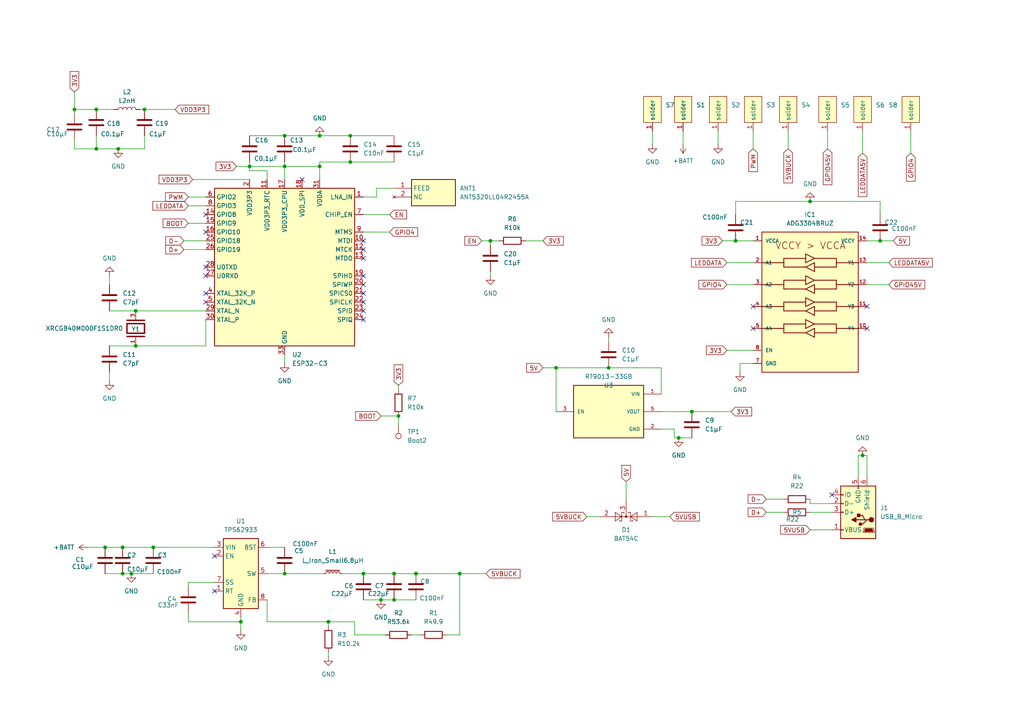
<source format=kicad_sch>
(kicad_sch (version 20231120) (generator "eeschema") (generator_version "8.0")
  (paper "A4")
  (lib_symbols
    (symbol "ADG3304BRUZ:ADG3304BRUZ" (pin_names (offset 1.016))
      (property "Reference" "IC" (at -3.81 31.75 0))
      (property "Value" "ADG3304BRUZ" (at -3.81 -12.7 0))
      (symbol "ADG3304BRUZ_0_0"
        (text "VCCY > VCCA" (at -10.16 25.4 0) (effects (font (size 2 2)) (justify left bottom)))
        (pin bidirectional line (at -16.51 27.94 0) (length 2.54) (name "VCCA") (number "1"))
        (pin bidirectional line (at 16.51 2.54 180) (length 2.54) (name "Y4") (number "10"))
        (pin bidirectional line (at 16.51 8.89 180) (length 2.54) (name "Y3") (number "11"))
        (pin bidirectional line (at 16.51 15.24 180) (length 2.54) (name "Y2") (number "12"))
        (pin bidirectional line (at 16.51 21.59 180) (length 2.54) (name "Y1") (number "13"))
        (pin bidirectional line (at 16.51 27.94 180) (length 2.54) (name "VCCY") (number "14"))
        (pin bidirectional line (at -16.51 21.59 0) (length 2.54) (name "A1") (number "2"))
        (pin bidirectional line (at -16.51 15.24 0) (length 2.54) (name "A2") (number "3"))
        (pin bidirectional line (at -16.51 8.89 0) (length 2.54) (name "A3") (number "4"))
        (pin bidirectional line (at -16.51 2.54 0) (length 2.54) (name "A4") (number "5"))
        (pin bidirectional line (at -16.51 -7.62 0) (length 2.54) (name "GND") (number "7"))
        (pin bidirectional line (at -16.51 -3.81 0) (length 2.54) (name "EN") (number "8"))
      )
    )
    (symbol "ANT5320LL04R2455A:ANT5320LL04R2455A"
      (property "Reference" "ANT" (at 19.05 7.62 0))
      (property "Value" "ANT5320LL04R2455A" (at 19.05 5.08 0))
      (symbol "ANT5320LL04R2455A_1_1"
        (pin input line (at 0 0 0) (length 5.08) (name "FEED") (number "1"))
        (pin no_connect line (at 0 -2.54 0) (length 5.08) (name "NC") (number "2"))
      )
    )
    (symbol "Connector:TestPoint" (pin_numbers hide) (pin_names (offset 0.762) hide)
      (property "Reference" "TP" (at 0 6.858 0))
      (property "Value" "TestPoint" (at 0 5.08 0))
      (symbol "TestPoint_1_1"
        (pin passive line (at 0 0 90) (length 2.54) (name "1") (number "1"))
      )
    )
    (symbol "Connector:USB_B_Micro" (pin_names (offset 1.016))
      (property "Reference" "J" (at -5.08 11.43 0))
      (property "Value" "USB_B_Micro" (at -5.08 8.89 0))
      (symbol "USB_B_Micro_1_1"
        (pin power_out line (at 7.62 5.08 180) (length 2.54) (name "VBUS") (number "1"))
        (pin bidirectional line (at 7.62 -2.54 180) (length 2.54) (name "D-") (number "2"))
        (pin bidirectional line (at 7.62 0 180) (length 2.54) (name "D+") (number "3"))
        (pin passive line (at 7.62 -5.08 180) (length 2.54) (name "ID") (number "4"))
        (pin power_out line (at 0 -10.16 90) (length 2.54) (name "GND") (number "5"))
        (pin passive line (at -2.54 -10.16 90) (length 2.54) (name "Shield") (number "6"))
      )
    )
    (symbol "Device:C" (pin_numbers hide) (pin_names (offset 0.254))
      (property "Reference" "C" (at 0.635 2.54 0))
      (property "Value" "C" (at 0.635 -2.54 0))
      (symbol "C_1_1"
        (pin passive line (at 0 3.81 270) (length 2.794) (name "~") (number "1"))
        (pin passive line (at 0 -3.81 90) (length 2.794) (name "~") (number "2"))
      )
    )
    (symbol "Device:L" (pin_numbers hide) (pin_names (offset 1.016) hide)
      (property "Reference" "L" (at -1.27 0 90))
      (property "Value" "L" (at 1.905 0 90))
      (symbol "L_1_1"
        (pin passive line (at 0 3.81 270) (length 1.27) (name "1") (number "1"))
        (pin passive line (at 0 -3.81 90) (length 1.27) (name "2") (number "2"))
      )
    )
    (symbol "Device:L_Iron_Small" (pin_numbers hide) (pin_names (offset 0.254) hide)
      (property "Reference" "L" (at 1.27 1.016 0))
      (property "Value" "L_Iron_Small" (at 1.27 -1.27 0))
      (symbol "L_Iron_Small_1_1"
        (pin passive line (at 0 2.54 270) (length 0.508) (name "~") (number "1"))
        (pin passive line (at 0 -2.54 90) (length 0.508) (name "~") (number "2"))
      )
    )
    (symbol "Device:R" (pin_numbers hide) (pin_names (offset 0))
      (property "Reference" "R" (at 2.032 0 90))
      (property "Value" "R" (at 0 0 90))
      (symbol "R_1_1"
        (pin passive line (at 0 3.81 270) (length 1.27) (name "~") (number "1"))
        (pin passive line (at 0 -3.81 90) (length 1.27) (name "~") (number "2"))
      )
    )
    (symbol "Diode:BAT54C" (pin_names (offset 1.016))
      (property "Reference" "D" (at 0.635 -3.81 0))
      (property "Value" "BAT54C" (at -6.35 3.175 0))
      (symbol "BAT54C_1_1"
        (pin passive line (at -7.62 0 0) (length 3.81) (name "~") (number "1"))
        (pin passive line (at 7.62 0 180) (length 3.81) (name "~") (number "2"))
        (pin passive line (at 0 -5.08 90) (length 5.08) (name "~") (number "3"))
      )
    )
    (symbol "MCU_Espressif:ESP32-C3"
      (property "Reference" "U" (at -17.272 23.876 0))
      (property "Value" "ESP32-C3" (at 16.256 23.876 0))
      (symbol "ESP32-C3_1_1"
        (pin bidirectional line (at 22.86 20.32 180) (length 2.54) (name "LNA_IN") (number "1"))
        (pin bidirectional line (at 22.86 7.62 180) (length 2.54) (name "MTDI") (number "10"))
        (pin power_in line (at -5.08 25.4 270) (length 2.54) (name "VDD3P3_RTC") (number "11"))
        (pin bidirectional line (at 22.86 5.08 180) (length 2.54) (name "MTCK") (number "12"))
        (pin bidirectional line (at 22.86 2.54 180) (length 2.54) (name "MTDO") (number "13"))
        (pin bidirectional line (at -22.86 15.24 0) (length 2.54) (name "GPIO8") (number "14"))
        (pin bidirectional line (at -22.86 12.7 0) (length 2.54) (name "GPIO9") (number "15"))
        (pin bidirectional line (at -22.86 10.16 0) (length 2.54) (name "GPIO10") (number "16"))
        (pin power_in line (at 0 25.4 270) (length 2.54) (name "VDD3P3_CPU") (number "17"))
        (pin power_out line (at 5.08 25.4 270) (length 2.54) (name "VDD_SPI") (number "18"))
        (pin bidirectional line (at 22.86 -2.54 180) (length 2.54) (name "SPIHD") (number "19"))
        (pin power_in line (at -10.16 25.4 270) (length 2.54) (name "VDD3P3") (number "2"))
        (pin bidirectional line (at 22.86 -5.08 180) (length 2.54) (name "SPIWP") (number "20"))
        (pin bidirectional line (at 22.86 -7.62 180) (length 2.54) (name "SPICS0") (number "21"))
        (pin bidirectional line (at 22.86 -10.16 180) (length 2.54) (name "SPICLK") (number "22"))
        (pin bidirectional line (at 22.86 -12.7 180) (length 2.54) (name "SPID") (number "23"))
        (pin bidirectional line (at 22.86 -15.24 180) (length 2.54) (name "SPIQ") (number "24"))
        (pin bidirectional line (at -22.86 7.62 0) (length 2.54) (name "GPIO18") (number "25"))
        (pin bidirectional line (at -22.86 5.08 0) (length 2.54) (name "GPIO19") (number "26"))
        (pin bidirectional line (at -22.86 -2.54 0) (length 2.54) (name "U0RXD") (number "27"))
        (pin bidirectional line (at -22.86 0 0) (length 2.54) (name "U0TXD") (number "28"))
        (pin bidirectional line (at -22.86 -12.7 0) (length 2.54) (name "XTAL_N") (number "29"))
        (pin passive line (at -10.16 25.4 270) (length 2.54) hide (name "VDD3P3") (number "3"))
        (pin bidirectional line (at -22.86 -15.24 0) (length 2.54) (name "XTAL_P") (number "30"))
        (pin power_in line (at 10.16 25.4 270) (length 2.54) (name "VDDA") (number "31"))
        (pin passive line (at 10.16 25.4 270) (length 2.54) hide (name "VDDA") (number "32"))
        (pin power_in line (at 0 -25.4 90) (length 2.54) (name "GND") (number "33"))
        (pin bidirectional line (at -22.86 -7.62 0) (length 2.54) (name "XTAL_32K_P") (number "4"))
        (pin bidirectional line (at -22.86 -10.16 0) (length 2.54) (name "XTAL_32K_N") (number "5"))
        (pin bidirectional line (at -22.86 20.32 0) (length 2.54) (name "GPIO2") (number "6"))
        (pin bidirectional line (at 22.86 15.24 180) (length 2.54) (name "CHIP_EN") (number "7"))
        (pin bidirectional line (at -22.86 17.78 0) (length 2.54) (name "GPIO3") (number "8"))
        (pin bidirectional line (at 22.86 10.16 180) (length 2.54) (name "MTMS") (number "9"))
      )
    )
    (symbol "RT9013-33GB:RT9013-33GB" (pin_names (offset 1.016))
      (property "Reference" "U" (at -10.16 8.89 0))
      (property "Value" "RT9013-33GB" (at -10.16 -8.89 0))
      (symbol "RT9013-33GB_0_0"
        (pin power_in line (at 15.24 5.08 180) (length 5.08) (name "VIN") (number "1"))
        (pin power_in line (at 15.24 -5.08 180) (length 5.08) (name "GND") (number "2"))
        (pin input line (at -15.24 0 0) (length 5.08) (name "EN") (number "3"))
        (pin output line (at 15.24 0 180) (length 5.08) (name "VOUT") (number "5"))
      )
    )
    (symbol "Regulator_Switching:TPS62933"
      (property "Reference" "U" (at 0 13.97 0))
      (property "Value" "TPS62933" (at 0 11.43 0))
      (symbol "TPS62933_1_1"
        (pin passive line (at -7.62 -5.08 0) (length 2.54) (name "RT") (number "1"))
        (pin input line (at -7.62 5.08 0) (length 2.54) (name "EN") (number "2"))
        (pin power_in line (at -7.62 7.62 0) (length 2.54) (name "VIN") (number "3"))
        (pin power_in line (at 0 -12.7 90) (length 2.54) (name "GND") (number "4"))
        (pin output line (at 7.62 0 180) (length 2.54) (name "SW") (number "5"))
        (pin passive line (at 7.62 7.62 180) (length 2.54) (name "BST") (number "6"))
        (pin passive line (at -7.62 -2.54 0) (length 2.54) (name "SS") (number "7"))
        (pin input line (at 7.62 -7.62 180) (length 2.54) (name "FB") (number "8"))
      )
    )
    (symbol "XRCGB40M000F1S1DR0:XRCGB40M000F1S1DR0" (pin_names (offset 1.016))
      (property "Reference" "Y" (at -5.0878 3.8159 0))
      (property "Value" "XRCGB40M000F1S1DR0" (at -5.0944 -5.0944 0))
      (symbol "XRCGB40M000F1S1DR0_0_0"
        (pin passive line (at -5.08 0 0) (length 2.54) (name "~") (number "1"))
        (pin passive line (at 5.08 0 180) (length 2.54) (name "~") (number "3"))
      )
    )
    (symbol "custom:solder_pad"
      (property "Reference" "S" (at 3.81 6.096 0))
      (property "Value" "solder pad" (at 13.462 2.54 0))
      (symbol "solder_pad_1_1"
        (pin bidirectional line (at -2.54 2.54 0) (length 2.54) (name "solder") (number "1"))
      )
    )
    (symbol "power:+BATT" (power) (pin_numbers hide) (pin_names (offset 0) hide)
      (property "Value" "+BATT" (at 0 3.556 0))
      (symbol "+BATT_1_1"
        (pin power_in line (at 0 0 90) (length 0) (name "~") (number "1"))
      )
    )
    (symbol "power:GND" (power) (pin_numbers hide) (pin_names (offset 0) hide)
      (property "Value" "GND" (at 0 -3.81 0))
      (symbol "GND_1_1"
        (pin power_in line (at 0 0 270) (length 0) (name "~") (number "1"))
      )
    )
  )
  (junction (at 255.27 69.85))
  (junction (at 120.65 166.37))
  (junction (at 35.56 166.37))
  (junction (at 161.29 106.68))
  (junction (at 234.95 58.42))
  (junction (at 39.37 100.33))
  (junction (at 110.49 173.99))
  (junction (at 250.19 132.08))
  (junction (at 92.71 39.37))
  (junction (at 38.1 166.37))
  (junction (at 101.6 39.37))
  (junction (at 27.94 43.18))
  (junction (at 196.85 127))
  (junction (at 114.3 166.37))
  (junction (at 35.56 158.75))
  (junction (at 200.66 119.38))
  (junction (at 213.36 69.85))
  (junction (at 82.55 39.37))
  (junction (at 142.24 69.85))
  (junction (at 114.3 173.99))
  (junction (at 39.37 90.17))
  (junction (at 82.55 166.37))
  (junction (at 92.71 48.26))
  (junction (at 101.6 46.99))
  (junction (at 105.41 166.37))
  (junction (at 72.39 48.26))
  (junction (at 176.53 106.68))
  (junction (at 27.94 31.75))
  (junction (at 30.48 158.75))
  (junction (at 69.85 180.34))
  (junction (at 21.59 31.75))
  (junction (at 44.45 158.75))
  (junction (at 82.55 48.26))
  (junction (at 41.91 31.75))
  (junction (at 133.35 166.37))
  (junction (at 34.29 43.18))
  (junction (at 95.25 180.34))
  (junction (at 115.57 120.65))
  (no_connect (at 87.63 52.07))
  (no_connect (at 218.44 88.9))
  (no_connect (at 105.41 82.55))
  (no_connect (at 59.69 77.47))
  (no_connect (at 241.3 143.51))
  (no_connect (at 59.69 80.01))
  (no_connect (at 62.23 161.29))
  (no_connect (at 251.46 88.9))
  (no_connect (at 59.69 85.09))
  (no_connect (at 105.41 69.85))
  (no_connect (at 105.41 87.63))
  (no_connect (at 105.41 85.09))
  (no_connect (at 251.46 95.25))
  (no_connect (at 59.69 62.23))
  (no_connect (at 218.44 95.25))
  (no_connect (at 59.69 87.63))
  (no_connect (at 105.41 74.93))
  (no_connect (at 105.41 90.17))
  (no_connect (at 105.41 80.01))
  (no_connect (at 62.23 171.45))
  (no_connect (at 59.69 67.31))
  (no_connect (at 105.41 72.39))
  (no_connect (at 105.41 92.71))
  (wire (pts (xy 195.58 124.46) (xy 195.58 127)))
  (wire (pts (xy 77.47 166.37) (xy 82.55 166.37)))
  (wire (pts (xy 95.25 181.61) (xy 95.25 180.34)))
  (wire (pts (xy 95.25 180.34) (xy 77.47 180.34)))
  (wire (pts (xy 102.87 184.15) (xy 102.87 180.34)))
  (wire (pts (xy 218.44 38.1) (xy 218.44 43.18)))
  (wire (pts (xy 105.41 173.99) (xy 110.49 173.99)))
  (wire (pts (xy 105.41 57.15) (xy 109.22 57.15)))
  (wire (pts (xy 39.37 90.17) (xy 59.69 90.17)))
  (wire (pts (xy 69.85 179.07) (xy 69.85 180.34)))
  (wire (pts (xy 170.18 149.86) (xy 173.99 149.86)))
  (wire (pts (xy 105.41 166.37) (xy 114.3 166.37)))
  (wire (pts (xy 191.77 106.68) (xy 191.77 114.3)))
  (wire (pts (xy 54.61 180.34) (xy 69.85 180.34)))
  (wire (pts (xy 21.59 31.75) (xy 27.94 31.75)))
  (wire (pts (xy 228.6 38.1) (xy 228.6 43.18)))
  (wire (pts (xy 72.39 39.37) (xy 82.55 39.37)))
  (wire (pts (xy 72.39 48.26) (xy 82.55 48.26)))
  (wire (pts (xy 133.35 184.15) (xy 129.54 184.15)))
  (wire (pts (xy 161.29 106.68) (xy 161.29 119.38)))
  (wire (pts (xy 213.36 69.85) (xy 218.44 69.85)))
  (wire (pts (xy 251.46 82.55) (xy 257.81 82.55)))
  (wire (pts (xy 44.45 158.75) (xy 62.23 158.75)))
  (wire (pts (xy 92.71 48.26) (xy 92.71 46.99)))
  (wire (pts (xy 72.39 49.53) (xy 77.47 49.53)))
  (wire (pts (xy 27.94 31.75) (xy 33.02 31.75)))
  (wire (pts (xy 27.94 43.18) (xy 34.29 43.18)))
  (wire (pts (xy 176.53 106.68) (xy 161.29 106.68)))
  (wire (pts (xy 251.46 76.2) (xy 257.81 76.2)))
  (wire (pts (xy 210.82 101.6) (xy 218.44 101.6)))
  (wire (pts (xy 210.82 76.2) (xy 218.44 76.2)))
  (wire (pts (xy 54.61 64.77) (xy 59.69 64.77)))
  (wire (pts (xy 68.58 48.26) (xy 72.39 48.26)))
  (wire (pts (xy 234.95 58.42) (xy 213.36 58.42)))
  (wire (pts (xy 101.6 46.99) (xy 114.3 46.99)))
  (wire (pts (xy 21.59 40.64) (xy 21.59 43.18)))
  (wire (pts (xy 109.22 54.61) (xy 114.3 54.61)))
  (wire (pts (xy 92.71 46.99) (xy 101.6 46.99)))
  (wire (pts (xy 133.35 166.37) (xy 140.97 166.37)))
  (wire (pts (xy 250.19 44.45) (xy 250.19 38.1)))
  (wire (pts (xy 77.47 180.34) (xy 77.47 173.99)))
  (wire (pts (xy 31.75 107.95) (xy 31.75 110.49)))
  (wire (pts (xy 82.55 105.41) (xy 82.55 102.87)))
  (wire (pts (xy 77.47 49.53) (xy 77.47 52.07)))
  (wire (pts (xy 21.59 43.18) (xy 27.94 43.18)))
  (wire (pts (xy 30.48 158.75) (xy 35.56 158.75)))
  (wire (pts (xy 234.95 148.59) (xy 241.3 148.59)))
  (wire (pts (xy 69.85 180.34) (xy 69.85 182.88)))
  (wire (pts (xy 214.63 105.41) (xy 218.44 105.41)))
  (wire (pts (xy 54.61 57.15) (xy 59.69 57.15)))
  (wire (pts (xy 82.55 39.37) (xy 92.71 39.37)))
  (wire (pts (xy 92.71 39.37) (xy 101.6 39.37)))
  (wire (pts (xy 213.36 58.42) (xy 213.36 62.23)))
  (wire (pts (xy 241.3 146.05) (xy 234.95 146.05)))
  (wire (pts (xy 21.59 26.67) (xy 21.59 31.75)))
  (wire (pts (xy 234.95 153.67) (xy 241.3 153.67)))
  (wire (pts (xy 95.25 189.23) (xy 95.25 190.5)))
  (wire (pts (xy 152.4 69.85) (xy 157.48 69.85)))
  (wire (pts (xy 54.61 168.91) (xy 62.23 168.91)))
  (wire (pts (xy 133.35 166.37) (xy 133.35 184.15)))
  (wire (pts (xy 189.23 38.1) (xy 189.23 41.91)))
  (wire (pts (xy 25.4 158.75) (xy 30.48 158.75)))
  (wire (pts (xy 209.55 69.85) (xy 213.36 69.85)))
  (wire (pts (xy 77.47 158.75) (xy 82.55 158.75)))
  (wire (pts (xy 101.6 39.37) (xy 114.3 39.37)))
  (wire (pts (xy 196.85 127) (xy 200.66 127)))
  (wire (pts (xy 21.59 31.75) (xy 21.59 33.02)))
  (wire (pts (xy 214.63 107.95) (xy 214.63 105.41)))
  (wire (pts (xy 34.29 43.18) (xy 41.91 43.18)))
  (wire (pts (xy 92.71 52.07) (xy 92.71 48.26)))
  (wire (pts (xy 82.55 166.37) (xy 93.98 166.37)))
  (wire (pts (xy 142.24 78.74) (xy 142.24 80.01)))
  (wire (pts (xy 35.56 166.37) (xy 38.1 166.37)))
  (wire (pts (xy 30.48 166.37) (xy 35.56 166.37)))
  (wire (pts (xy 40.64 31.75) (xy 41.91 31.75)))
  (wire (pts (xy 142.24 71.12) (xy 142.24 69.85)))
  (wire (pts (xy 59.69 100.33) (xy 39.37 100.33)))
  (wire (pts (xy 176.53 97.79) (xy 176.53 99.06)))
  (wire (pts (xy 264.16 38.1) (xy 264.16 44.45)))
  (wire (pts (xy 191.77 119.38) (xy 200.66 119.38)))
  (wire (pts (xy 115.57 111.76) (xy 115.57 113.03)))
  (wire (pts (xy 105.41 67.31) (xy 113.03 67.31)))
  (wire (pts (xy 102.87 180.34) (xy 95.25 180.34)))
  (wire (pts (xy 72.39 48.26) (xy 72.39 49.53)))
  (wire (pts (xy 248.92 132.08) (xy 248.92 138.43)))
  (wire (pts (xy 111.76 184.15) (xy 102.87 184.15)))
  (wire (pts (xy 120.65 166.37) (xy 133.35 166.37)))
  (wire (pts (xy 251.46 132.08) (xy 251.46 138.43)))
  (wire (pts (xy 59.69 92.71) (xy 59.69 100.33)))
  (wire (pts (xy 109.22 57.15) (xy 109.22 54.61)))
  (wire (pts (xy 255.27 69.85) (xy 259.08 69.85)))
  (wire (pts (xy 54.61 170.18) (xy 54.61 168.91)))
  (wire (pts (xy 99.06 166.37) (xy 105.41 166.37)))
  (wire (pts (xy 119.38 184.15) (xy 121.92 184.15)))
  (wire (pts (xy 41.91 39.37) (xy 41.91 43.18)))
  (wire (pts (xy 234.95 146.05) (xy 234.95 144.78)))
  (wire (pts (xy 115.57 120.65) (xy 115.57 123.19)))
  (wire (pts (xy 54.61 177.8) (xy 54.61 180.34)))
  (wire (pts (xy 53.34 69.85) (xy 59.69 69.85)))
  (wire (pts (xy 110.49 120.65) (xy 115.57 120.65)))
  (wire (pts (xy 110.49 173.99) (xy 114.3 173.99)))
  (wire (pts (xy 251.46 69.85) (xy 255.27 69.85)))
  (wire (pts (xy 248.92 132.08) (xy 250.19 132.08)))
  (wire (pts (xy 181.61 139.7) (xy 181.61 144.78)))
  (wire (pts (xy 27.94 43.18) (xy 27.94 39.37)))
  (wire (pts (xy 222.25 144.78) (xy 227.33 144.78)))
  (wire (pts (xy 255.27 58.42) (xy 255.27 62.23)))
  (wire (pts (xy 250.19 132.08) (xy 251.46 132.08)))
  (wire (pts (xy 195.58 127) (xy 196.85 127)))
  (wire (pts (xy 72.39 46.99) (xy 72.39 48.26)))
  (wire (pts (xy 142.24 69.85) (xy 144.78 69.85)))
  (wire (pts (xy 105.41 62.23) (xy 113.03 62.23)))
  (wire (pts (xy 210.82 82.55) (xy 218.44 82.55)))
  (wire (pts (xy 139.7 69.85) (xy 142.24 69.85)))
  (wire (pts (xy 82.55 48.26) (xy 92.71 48.26)))
  (wire (pts (xy 208.28 38.1) (xy 208.28 41.91)))
  (wire (pts (xy 114.3 166.37) (xy 120.65 166.37)))
  (wire (pts (xy 38.1 166.37) (xy 44.45 166.37)))
  (wire (pts (xy 240.03 38.1) (xy 240.03 43.18)))
  (wire (pts (xy 157.48 106.68) (xy 161.29 106.68)))
  (wire (pts (xy 198.12 38.1) (xy 198.12 41.91)))
  (wire (pts (xy 82.55 46.99) (xy 82.55 48.26)))
  (wire (pts (xy 114.3 173.99) (xy 120.65 173.99)))
  (wire (pts (xy 55.88 52.07) (xy 72.39 52.07)))
  (wire (pts (xy 31.75 100.33) (xy 39.37 100.33)))
  (wire (pts (xy 222.25 148.59) (xy 227.33 148.59)))
  (wire (pts (xy 31.75 80.01) (xy 31.75 82.55)))
  (wire (pts (xy 234.95 58.42) (xy 255.27 58.42)))
  (wire (pts (xy 53.34 72.39) (xy 59.69 72.39)))
  (wire (pts (xy 176.53 106.68) (xy 191.77 106.68)))
  (wire (pts (xy 191.77 124.46) (xy 195.58 124.46)))
  (wire (pts (xy 189.23 149.86) (xy 194.31 149.86)))
  (wire (pts (xy 35.56 158.75) (xy 44.45 158.75)))
  (wire (pts (xy 200.66 119.38) (xy 212.09 119.38)))
  (wire (pts (xy 41.91 31.75) (xy 50.8 31.75)))
  (wire (pts (xy 31.75 90.17) (xy 39.37 90.17)))
  (wire (pts (xy 82.55 48.26) (xy 82.55 52.07)))
  (wire (pts (xy 54.61 59.69) (xy 59.69 59.69)))
  (global_label "5VUSB" (shape input) (at 194.31 149.86 0) (property "Intersheetrefs" "${INTERSHEET_REFS}" (effects (hide yes))))
  (global_label "EN" (shape input) (at 139.7 69.85 180) (property "Intersheetrefs" "${INTERSHEET_REFS}" (effects (hide yes))))
  (global_label "GPIO4" (shape input) (at 264.16 44.45 270) (property "Intersheetrefs" "${INTERSHEET_REFS}" (effects (hide yes))))
  (global_label "LEDDATA5V" (shape input) (at 257.81 76.2 0) (property "Intersheetrefs" "${INTERSHEET_REFS}" (effects (hide yes))))
  (global_label "5VBUCK" (shape input) (at 140.97 166.37 0) (property "Intersheetrefs" "${INTERSHEET_REFS}" (effects (hide yes))))
  (global_label "D-" (shape input) (at 53.34 69.85 180) (property "Intersheetrefs" "${INTERSHEET_REFS}" (effects (hide yes))))
  (global_label "LEDDATA" (shape input) (at 54.61 59.69 180) (property "Intersheetrefs" "${INTERSHEET_REFS}" (effects (hide yes))))
  (global_label "GPIO45V" (shape input) (at 257.81 82.55 0) (property "Intersheetrefs" "${INTERSHEET_REFS}" (effects (hide yes))))
  (global_label "5VUSB" (shape input) (at 234.95 153.67 180) (property "Intersheetrefs" "${INTERSHEET_REFS}" (effects (hide yes))))
  (global_label "BOOT" (shape input) (at 110.49 120.65 180) (property "Intersheetrefs" "${INTERSHEET_REFS}" (effects (hide yes))))
  (global_label "3V3" (shape input) (at 68.58 48.26 180) (property "Intersheetrefs" "${INTERSHEET_REFS}" (effects (hide yes))))
  (global_label "GPIO4" (shape input) (at 210.82 82.55 180) (property "Intersheetrefs" "${INTERSHEET_REFS}" (effects (hide yes))))
  (global_label "3V3" (shape input) (at 21.59 26.67 90) (property "Intersheetrefs" "${INTERSHEET_REFS}" (effects (hide yes))))
  (global_label "3V3" (shape input) (at 157.48 69.85 0) (property "Intersheetrefs" "${INTERSHEET_REFS}" (effects (hide yes))))
  (global_label "D+" (shape input) (at 53.34 72.39 180) (property "Intersheetrefs" "${INTERSHEET_REFS}" (effects (hide yes))))
  (global_label "GPIO4" (shape input) (at 113.03 67.31 0) (property "Intersheetrefs" "${INTERSHEET_REFS}" (effects (hide yes))))
  (global_label "BOOT" (shape input) (at 54.61 64.77 180) (property "Intersheetrefs" "${INTERSHEET_REFS}" (effects (hide yes))))
  (global_label "EN" (shape input) (at 113.03 62.23 0) (property "Intersheetrefs" "${INTERSHEET_REFS}" (effects (hide yes))))
  (global_label "LEDDATA5V" (shape input) (at 250.19 44.45 270) (property "Intersheetrefs" "${INTERSHEET_REFS}" (effects (hide yes))))
  (global_label "PWM" (shape input) (at 218.44 43.18 270) (property "Intersheetrefs" "${INTERSHEET_REFS}" (effects (hide yes))))
  (global_label "5VBUCK" (shape input) (at 228.6 43.18 270) (property "Intersheetrefs" "${INTERSHEET_REFS}" (effects (hide yes))))
  (global_label "LEDDATA" (shape input) (at 210.82 76.2 180) (property "Intersheetrefs" "${INTERSHEET_REFS}" (effects (hide yes))))
  (global_label "5V" (shape input) (at 157.48 106.68 180) (property "Intersheetrefs" "${INTERSHEET_REFS}" (effects (hide yes))))
  (global_label "D+" (shape input) (at 222.25 148.59 180) (property "Intersheetrefs" "${INTERSHEET_REFS}" (effects (hide yes))))
  (global_label "D-" (shape input) (at 222.25 144.78 180) (property "Intersheetrefs" "${INTERSHEET_REFS}" (effects (hide yes))))
  (global_label "PWM" (shape input) (at 54.61 57.15 180) (property "Intersheetrefs" "${INTERSHEET_REFS}" (effects (hide yes))))
  (global_label "5VBUCK" (shape input) (at 170.18 149.86 180) (property "Intersheetrefs" "${INTERSHEET_REFS}" (effects (hide yes))))
  (global_label "VDD3P3" (shape input) (at 55.88 52.07 180) (property "Intersheetrefs" "${INTERSHEET_REFS}" (effects (hide yes))))
  (global_label "5V" (shape input) (at 259.08 69.85 0) (property "Intersheetrefs" "${INTERSHEET_REFS}" (effects (hide yes))))
  (global_label "3V3" (shape input) (at 209.55 69.85 180) (property "Intersheetrefs" "${INTERSHEET_REFS}" (effects (hide yes))))
  (global_label "3V3" (shape input) (at 115.57 111.76 90) (property "Intersheetrefs" "${INTERSHEET_REFS}" (effects (hide yes))))
  (global_label "3V3" (shape input) (at 210.82 101.6 180) (property "Intersheetrefs" "${INTERSHEET_REFS}" (effects (hide yes))))
  (global_label "VDD3P3" (shape input) (at 50.8 31.75 0) (property "Intersheetrefs" "${INTERSHEET_REFS}" (effects (hide yes))))
  (global_label "3V3" (shape input) (at 212.09 119.38 0) (property "Intersheetrefs" "${INTERSHEET_REFS}" (effects (hide yes))))
  (global_label "GPIO45V" (shape input) (at 240.03 43.18 270) (property "Intersheetrefs" "${INTERSHEET_REFS}" (effects (hide yes))))
  (global_label "5V" (shape input) (at 181.61 139.7 90) (property "Intersheetrefs" "${INTERSHEET_REFS}" (effects (hide yes))))
  (symbol (lib_id "Connector:USB_B_Micro") (at 248.92 148.59 180) (unit 1)
    (property "Reference" "J1" (at 255.27 147.3199 0) (effects (justify right)))
    (property "Value" "USB_B_Micro" (at 255.27 149.8599 0) (effects (justify right)))
    (property "Footprint" "Connector_USB:USB_Micro-B_Amphenol_10118194_Horizontal" (effects (hide yes)))
    (property "Description" "USB Micro Type B connector" (effects (hide yes)))
  )
  (symbol (lib_id "power:GND") (at 234.95 58.42 180) (unit 1)
    (property "Reference" "#PWR016" (effects (hide yes)))
    (property "Value" "GND" (at 234.95 53.34 0))
    (property "Description" "Power symbol creates a global label with name \"GND\" , ground" (effects (hide yes)))
  )
  (symbol (lib_id "Device:R") (at 148.59 69.85 270) (unit 1)
    (property "Reference" "R6" (at 148.59 63.5 90))
    (property "Value" "R10k" (at 148.59 66.04 90))
    (property "Footprint" "Resistor_SMD:R_0402_1005Metric_Pad0.72x0.64mm_HandSolder" (effects (hide yes)))
    (property "Description" "Resistor" (effects (hide yes)))
  )
  (symbol (lib_id "Device:C") (at 255.27 66.04 0) (unit 1)
    (property "Reference" "C22" (at 256.54 64.516 0) (effects (justify left)))
    (property "Value" "C100nF" (at 258.572 66.294 0) (effects (justify left)))
    (property "Footprint" "Capacitor_SMD:C_0402_1005Metric_Pad0.74x0.62mm_HandSolder" (effects (hide yes)))
    (property "Description" "Unpolarized capacitor" (effects (hide yes)))
  )
  (symbol (lib_id "power:GND") (at 176.53 97.79 180) (unit 1)
    (property "Reference" "#PWR06" (effects (hide yes)))
    (property "Value" "GND" (at 176.53 92.71 0))
    (property "Description" "Power symbol creates a global label with name \"GND\" , ground" (effects (hide yes)))
  )
  (symbol (lib_id "custom:solder_pad") (at 191.77 35.56 90) (unit 1) (in_bom no)
    (property "Reference" "S7" (at 193.04 30.4799 90) (effects (justify right)))
    (property "Value" "solder pad" (effects (hide yes)))
    (property "Footprint" "custom:solder pad small" (effects (hide yes)))
  )
  (symbol (lib_id "Device:C") (at 101.6 43.18 0) (unit 1)
    (property "Reference" "C14" (at 105.41 41.9099 0) (effects (justify left)))
    (property "Value" "C10nF" (at 105.41 44.4499 0) (effects (justify left)))
    (property "Footprint" "Capacitor_SMD:C_0402_1005Metric_Pad0.74x0.62mm_HandSolder" (effects (hide yes)))
    (property "Description" "Unpolarized capacitor" (effects (hide yes)))
  )
  (symbol (lib_id "XRCGB40M000F1S1DR0:XRCGB40M000F1S1DR0") (at 39.37 95.25 90) (unit 1)
    (property "Reference" "Y1" (at 38.1 95.504 90) (effects (justify right)))
    (property "Value" "XRCGB40M000F1S1DR0" (at 13.208 95.25 90) (effects (justify right)))
    (property "Footprint" "XRCGB40M000F1S1DR0:OSC_XRCGB40M000F1S1DR0" (effects (hide yes)))
    (property "MF" "Murata Electronics" (effects (hide yes)))
    (property "MAXIMUM_PACKAGE_HEIGHT" "0.7 mm" (effects (hide yes)))
    (property "Package" "SMD-4 Murata" (effects (hide yes)))
    (property "Price" "None" (effects (hide yes)))
    (property "Check_prices" "https://www.snapeda.com/parts/XRCGB40M000F1S1DR0/Murata/view-part/?ref=eda" (effects (hide yes)))
    (property "STANDARD" "Manufacturer Recommendations" (effects (hide yes)))
    (property "PARTREV" "N/A" (effects (hide yes)))
    (property "SnapEDA_Link" "https://www.snapeda.com/parts/XRCGB40M000F1S1DR0/Murata/view-part/?ref=snap" (effects (hide yes)))
    (property "MP" "XRCGB40M000F1S1DR0" (effects (hide yes)))
    (property "Description_1" "\n                        \n                            Crystal 40MHz ±10ppm (Tol) ±10ppm (Stability) 12pF 50Ohm 4-Pin CSMD T/R\n                        \n" (effects (hide yes)))
    (property "Availability" "In Stock" (effects (hide yes)))
    (property "MANUFACTURER" "Murata Electronics" (effects (hide yes)))
  )
  (symbol (lib_id "custom:solder_pad") (at 252.73 35.56 90) (unit 1) (in_bom no)
    (property "Reference" "S6" (at 254 30.4799 90) (effects (justify right)))
    (property "Value" "solder pad" (effects (hide yes)))
    (property "Footprint" "custom:solder pad small" (effects (hide yes)))
  )
  (symbol (lib_id "Device:C") (at 30.48 162.56 0) (unit 1)
    (property "Reference" "C1" (at 21.844 162.306 0) (effects (justify left)))
    (property "Value" "C10µF" (at 20.828 164.338 0) (effects (justify left)))
    (property "Footprint" "Capacitor_SMD:C_0603_1608Metric_Pad1.08x0.95mm_HandSolder" (effects (hide yes)))
    (property "Description" "Unpolarized capacitor" (effects (hide yes)))
  )
  (symbol (lib_id "Device:C") (at 176.53 102.87 0) (unit 1)
    (property "Reference" "C10" (at 180.34 101.5999 0) (effects (justify left)))
    (property "Value" "C1µF" (at 180.34 104.1399 0) (effects (justify left)))
    (property "Footprint" "Capacitor_SMD:C_0402_1005Metric_Pad0.74x0.62mm_HandSolder" (effects (hide yes)))
    (property "Description" "Unpolarized capacitor" (effects (hide yes)))
  )
  (symbol (lib_id "power:GND") (at 38.1 166.37 0) (unit 1)
    (property "Reference" "#PWR017" (effects (hide yes)))
    (property "Value" "GND" (at 38.1 171.45 0))
    (property "Description" "Power symbol creates a global label with name \"GND\" , ground" (effects (hide yes)))
  )
  (symbol (lib_id "custom:solder_pad") (at 200.66 35.56 90) (unit 1) (in_bom no)
    (property "Reference" "S1" (at 201.93 30.4799 90) (effects (justify right)))
    (property "Value" "solder pad" (effects (hide yes)))
    (property "Footprint" "custom:solder pad small" (effects (hide yes)))
  )
  (symbol (lib_id "RT9013-33GB:RT9013-33GB") (at 176.53 119.38 0) (unit 1)
    (property "Reference" "U3" (at 176.53 111.76 0))
    (property "Value" "RT9013-33GB" (at 176.53 109.22 0))
    (property "Footprint" "RT9013-33GB:SOT94P279X129-5N" (effects (hide yes)))
    (property "MF" "Richtek USA" (effects (hide yes)))
    (property "MAXIMUM_PACKAGE_HEIGHT" "1.295 mm" (effects (hide yes)))
    (property "Package" "SOT-23-5 Richtek" (effects (hide yes)))
    (property "Price" "None" (effects (hide yes)))
    (property "Check_prices" "https://www.snapeda.com/parts/RT9013-33GB/Richtek/view-part/?ref=eda" (effects (hide yes)))
    (property "STANDARD" "IPC 7351B" (effects (hide yes)))
    (property "PARTREV" "Aprill 2011" (effects (hide yes)))
    (property "SnapEDA_Link" "https://www.snapeda.com/parts/RT9013-33GB/Richtek/view-part/?ref=snap" (effects (hide yes)))
    (property "MP" "RT9013-33GB" (effects (hide yes)))
    (property "Description_1" "\n                        \n                            Linear Voltage Regulator IC Positive Fixed 1 Output  500mA TSOT-23-5\n                        \n" (effects (hide yes)))
    (property "Availability" "In Stock" (effects (hide yes)))
    (property "MANUFACTURER" "Richtek Technology" (effects (hide yes)))
  )
  (symbol (lib_id "power:GND") (at 92.71 39.37 180) (unit 1)
    (property "Reference" "#PWR010" (effects (hide yes)))
    (property "Value" "GND" (at 92.71 34.29 0))
    (property "Description" "Power symbol creates a global label with name \"GND\" , ground" (effects (hide yes)))
  )
  (symbol (lib_id "power:+BATT") (at 25.4 158.75 90) (unit 1)
    (property "Reference" "#PWR01" (effects (hide yes)))
    (property "Value" "+BATT" (at 21.59 158.7499 90) (effects (justify left)))
    (property "Description" "Power symbol creates a global label with name \"+BATT\"" (effects (hide yes)))
  )
  (symbol (lib_id "Device:R") (at 231.14 144.78 90) (unit 1)
    (property "Reference" "R4" (at 231.14 138.43 90))
    (property "Value" "R22" (at 231.14 140.97 90))
    (property "Footprint" "Resistor_SMD:R_0402_1005Metric_Pad0.72x0.64mm_HandSolder" (effects (hide yes)))
    (property "Description" "Resistor" (effects (hide yes)))
  )
  (symbol (lib_id "custom:solder_pad") (at 231.14 35.56 90) (unit 1) (in_bom no)
    (property "Reference" "S4" (at 232.41 30.4799 90) (effects (justify right)))
    (property "Value" "solder pad" (effects (hide yes)))
    (property "Footprint" "custom:solder pad small" (effects (hide yes)))
  )
  (symbol (lib_id "Device:C") (at 120.65 170.18 0) (unit 1)
    (property "Reference" "C8" (at 121.92 168.656 0) (effects (justify left)))
    (property "Value" "C100nF" (at 121.666 173.482 0) (effects (justify left)))
    (property "Footprint" "Capacitor_SMD:C_0402_1005Metric_Pad0.74x0.62mm_HandSolder" (effects (hide yes)))
    (property "Description" "Unpolarized capacitor" (effects (hide yes)))
  )
  (symbol (lib_id "Device:C") (at 72.39 43.18 0) (unit 1)
    (property "Reference" "C16" (at 73.914 40.64 0) (effects (justify left)))
    (property "Value" "C0.1µF" (at 73.66 45.974 0) (effects (justify left)))
    (property "Footprint" "Capacitor_SMD:C_0402_1005Metric_Pad0.74x0.62mm_HandSolder" (effects (hide yes)))
    (property "Description" "Unpolarized capacitor" (effects (hide yes)))
  )
  (symbol (lib_id "custom:solder_pad") (at 261.62 35.56 270) (mirror x) (unit 1) (in_bom no)
    (property "Reference" "S8" (at 260.35 30.4799 90) (effects (justify right)))
    (property "Value" "solder pad" (effects (hide yes)))
    (property "Footprint" "custom:solder pad small" (effects (hide yes)))
  )
  (symbol (lib_id "ANT5320LL04R2455A:ANT5320LL04R2455A") (at 114.3 54.61 0) (unit 1)
    (property "Reference" "ANT1" (at 133.35 54.6099 0) (effects (justify left)))
    (property "Value" "ANT5320LL04R2455A" (at 133.35 57.1499 0) (effects (justify left)))
    (property "Footprint" "ANT5320LL04R2455A:ANTC5320X170N" (effects (hide yes)))
    (property "Description" "Chip Antenna Linear Dual Band 50Ohm 2.4GHz/5GHz 2.09dBi/4.32dBi 2-Pin SMD T/R - Tape and Reel" (effects (hide yes)))
    (property "Height" "1.7" (effects (hide yes)))
    (property "Manufacturer_Name" "Pulse Electronics" (effects (hide yes)))
    (property "Manufacturer_Part_Number" "ANT5320LL04R2455A" (effects (hide yes)))
  )
  (symbol (lib_id "Regulator_Switching:TPS62933") (at 69.85 166.37 0) (unit 1)
    (property "Reference" "U1" (at 69.85 151.13 0))
    (property "Value" "TPS62933" (at 69.85 153.67 0))
    (property "Footprint" "Package_TO_SOT_SMD:SOT-583-8" (effects (hide yes)))
    (property "Datasheet" "https://www.ti.com/lit/ds/symlink/tps62933.pdf" (effects (hide yes)))
    (property "Description" "3.8-30V, 3A Synchronous Buck Converters with pulse frequency modulation (PFM), SOT583-8" (effects (hide yes)))
  )
  (symbol (lib_id "Device:C") (at 142.24 74.93 0) (unit 1)
    (property "Reference" "C20" (at 146.05 73.6599 0) (effects (justify left)))
    (property "Value" "C1µF" (at 146.05 76.1999 0) (effects (justify left)))
    (property "Footprint" "Capacitor_SMD:C_0402_1005Metric_Pad0.74x0.62mm_HandSolder" (effects (hide yes)))
    (property "Description" "Unpolarized capacitor" (effects (hide yes)))
  )
  (symbol (lib_id "power:GND") (at 34.29 43.18 0) (unit 1)
    (property "Reference" "#PWR011" (effects (hide yes)))
    (property "Value" "GND" (at 34.29 48.26 0))
    (property "Description" "Power symbol creates a global label with name \"GND\" , ground" (effects (hide yes)))
  )
  (symbol (lib_id "power:GND") (at 208.28 41.91 0) (unit 1)
    (property "Reference" "#PWR014" (effects (hide yes)))
    (property "Value" "GND" (at 208.28 46.99 0))
    (property "Description" "Power symbol creates a global label with name \"GND\" , ground" (effects (hide yes)))
  )
  (symbol (lib_id "Device:C") (at 105.41 170.18 0) (unit 1)
    (property "Reference" "C6" (at 99.822 169.926 0) (effects (justify left)))
    (property "Value" "C22µF" (at 96.012 172.212 0) (effects (justify left)))
    (property "Footprint" "Capacitor_SMD:C_0603_1608Metric_Pad1.08x0.95mm_HandSolder" (effects (hide yes)))
    (property "Description" "Unpolarized capacitor" (effects (hide yes)))
  )
  (symbol (lib_id "MCU_Espressif:ESP32-C3") (at 82.55 77.47 0) (unit 1)
    (property "Reference" "U2" (at 84.7441 102.87 0) (effects (justify left)))
    (property "Value" "ESP32-C3" (at 84.7441 105.41 0) (effects (justify left)))
    (property "Footprint" "Package_DFN_QFN:QFN-32-1EP_5x5mm_P0.5mm_EP3.7x3.7mm" (effects (hide yes)))
    (property "Datasheet" "https://www.espressif.com/sites/default/files/documentation/esp32-c3_datasheet_en.pdf" (effects (hide yes)))
    (property "Description" "RF Module, ESP32 SoC, RISC-V, WiFi 802.11b/n/g, Bluetooth LE 5, QFN32" (effects (hide yes)))
  )
  (symbol (lib_id "Device:R") (at 125.73 184.15 270) (unit 1)
    (property "Reference" "R1" (at 125.73 177.8 90))
    (property "Value" "R49.9" (at 125.73 180.34 90))
    (property "Footprint" "Resistor_SMD:R_0402_1005Metric_Pad0.72x0.64mm_HandSolder" (effects (hide yes)))
    (property "Description" "Resistor" (effects (hide yes)))
  )
  (symbol (lib_id "Diode:BAT54C") (at 181.61 149.86 180) (unit 1)
    (property "Reference" "D1" (at 181.61 153.67 0))
    (property "Value" "BAT54C" (at 181.61 156.21 0))
    (property "Footprint" "Package_TO_SOT_SMD:SOT-23" (effects (hide yes)))
    (property "Datasheet" "http://www.diodes.com/_files/datasheets/ds11005.pdf" (effects (hide yes)))
    (property "Description" "dual schottky barrier diode, common cathode" (effects (hide yes)))
  )
  (symbol (lib_id "Device:L") (at 36.83 31.75 90) (unit 1)
    (property "Reference" "L2" (at 36.83 26.67 90))
    (property "Value" "L2nH" (at 36.83 29.21 90))
    (property "Footprint" "Inductor_SMD:L_0402_1005Metric_Pad0.77x0.64mm_HandSolder" (effects (hide yes)))
    (property "Description" "Inductor" (effects (hide yes)))
  )
  (symbol (lib_id "Device:C") (at 54.61 173.99 0) (unit 1)
    (property "Reference" "C4" (at 48.514 173.736 0) (effects (justify left)))
    (property "Value" "C33nF" (at 45.72 175.514 0) (effects (justify left)))
    (property "Footprint" "Capacitor_SMD:C_1206_3216Metric_Pad1.33x1.80mm_HandSolder" (effects (hide yes)))
    (property "Description" "Unpolarized capacitor" (effects (hide yes)))
  )
  (symbol (lib_id "Device:C") (at 200.66 123.19 0) (unit 1)
    (property "Reference" "C9" (at 204.47 121.9199 0) (effects (justify left)))
    (property "Value" "C1µF" (at 204.47 124.4599 0) (effects (justify left)))
    (property "Footprint" "Capacitor_SMD:C_0402_1005Metric_Pad0.74x0.62mm_HandSolder" (effects (hide yes)))
    (property "Description" "Unpolarized capacitor" (effects (hide yes)))
  )
  (symbol (lib_id "Device:R") (at 231.14 148.59 90) (unit 1)
    (property "Reference" "R5" (at 231.14 148.59 90))
    (property "Value" "R22" (at 229.87 150.622 90))
    (property "Footprint" "Resistor_SMD:R_0402_1005Metric_Pad0.72x0.64mm_HandSolder" (effects (hide yes)))
    (property "Description" "Resistor" (effects (hide yes)))
  )
  (symbol (lib_id "custom:solder_pad") (at 242.57 35.56 90) (unit 1) (in_bom no)
    (property "Reference" "S5" (at 243.84 30.4799 90) (effects (justify right)))
    (property "Value" "solder pad" (effects (hide yes)))
    (property "Footprint" "custom:solder pad small" (effects (hide yes)))
  )
  (symbol (lib_id "power:GND") (at 82.55 105.41 0) (unit 1)
    (property "Reference" "#PWR07" (effects (hide yes)))
    (property "Value" "GND" (at 82.55 110.49 0))
    (property "Description" "Power symbol creates a global label with name \"GND\" , ground" (effects (hide yes)))
  )
  (symbol (lib_id "Device:C") (at 35.56 162.56 0) (unit 1)
    (property "Reference" "C2" (at 36.83 161.036 0) (effects (justify left)))
    (property "Value" "C10µF" (at 36.83 165.1 0) (effects (justify left)))
    (property "Footprint" "Capacitor_SMD:C_0603_1608Metric_Pad1.08x0.95mm_HandSolder" (effects (hide yes)))
    (property "Description" "Unpolarized capacitor" (effects (hide yes)))
  )
  (symbol (lib_id "Device:C") (at 27.94 35.56 0) (unit 1)
    (property "Reference" "C18" (at 30.988 35.814 0) (effects (justify left)))
    (property "Value" "C0.1µF" (at 29.21 38.862 0) (effects (justify left)))
    (property "Footprint" "Capacitor_SMD:C_0402_1005Metric_Pad0.74x0.62mm_HandSolder" (effects (hide yes)))
    (property "Description" "Unpolarized capacitor" (effects (hide yes)))
  )
  (symbol (lib_id "Device:C") (at 31.75 104.14 180) (unit 1)
    (property "Reference" "C11" (at 35.56 102.8699 0) (effects (justify right)))
    (property "Value" "C7pF" (at 35.56 105.4099 0) (effects (justify right)))
    (property "Footprint" "Capacitor_SMD:C_0402_1005Metric_Pad0.74x0.62mm_HandSolder" (effects (hide yes)))
    (property "Description" "Unpolarized capacitor" (effects (hide yes)))
  )
  (symbol (lib_id "power:GND") (at 95.25 190.5 0) (unit 1)
    (property "Reference" "#PWR05" (effects (hide yes)))
    (property "Value" "GND" (at 95.25 195.58 0))
    (property "Description" "Power symbol creates a global label with name \"GND\" , ground" (effects (hide yes)))
  )
  (symbol (lib_id "power:+BATT") (at 198.12 41.91 180) (unit 1)
    (property "Reference" "#PWR013" (effects (hide yes)))
    (property "Value" "+BATT" (at 198.12 46.6562 0))
    (property "Description" "Power symbol creates a global label with name \"+BATT\"" (effects (hide yes)))
  )
  (symbol (lib_id "power:GND") (at 142.24 80.01 0) (unit 1)
    (property "Reference" "#PWR012" (effects (hide yes)))
    (property "Value" "GND" (at 142.24 85.09 0))
    (property "Description" "Power symbol creates a global label with name \"GND\" , ground" (effects (hide yes)))
  )
  (symbol (lib_id "power:GND") (at 214.63 107.95 0) (unit 1)
    (property "Reference" "#PWR015" (effects (hide yes)))
    (property "Value" "GND" (at 214.63 113.03 0))
    (property "Description" "Power symbol creates a global label with name \"GND\" , ground" (effects (hide yes)))
  )
  (symbol (lib_id "Device:R") (at 115.57 184.15 270) (unit 1)
    (property "Reference" "R2" (at 115.57 177.8 90))
    (property "Value" "R53.6k" (at 115.57 180.34 90))
    (property "Footprint" "Resistor_SMD:R_0603_1608Metric_Pad0.98x0.95mm_HandSolder" (effects (hide yes)))
    (property "Description" "Resistor" (effects (hide yes)))
  )
  (symbol (lib_id "Device:C") (at 213.36 66.04 0) (unit 1)
    (property "Reference" "C21" (at 214.63 64.516 0) (effects (justify left)))
    (property "Value" "C100nF" (at 203.708 62.992 0) (effects (justify left)))
    (property "Footprint" "Capacitor_SMD:C_0402_1005Metric_Pad0.74x0.62mm_HandSolder" (effects (hide yes)))
    (property "Description" "Unpolarized capacitor" (effects (hide yes)))
  )
  (symbol (lib_id "Device:C") (at 82.55 43.18 0) (unit 1)
    (property "Reference" "C13" (at 84.074 40.64 0) (effects (justify left)))
    (property "Value" "C0.1µF" (at 84.836 43.434 0) (effects (justify left)))
    (property "Footprint" "Capacitor_SMD:C_0402_1005Metric_Pad0.74x0.62mm_HandSolder" (effects (hide yes)))
    (property "Description" "Unpolarized capacitor" (effects (hide yes)))
  )
  (symbol (lib_id "Device:C") (at 82.55 162.56 0) (unit 1)
    (property "Reference" "C5" (at 85.344 159.766 0) (effects (justify left)))
    (property "Value" "C100nF" (at 84.836 157.734 0) (effects (justify left)))
    (property "Footprint" "Capacitor_SMD:C_0402_1005Metric_Pad0.74x0.62mm_HandSolder" (effects (hide yes)))
    (property "Description" "Unpolarized capacitor" (effects (hide yes)))
  )
  (symbol (lib_id "power:GND") (at 110.49 173.99 0) (unit 1)
    (property "Reference" "#PWR03" (effects (hide yes)))
    (property "Value" "GND" (at 110.49 179.07 0))
    (property "Description" "Power symbol creates a global label with name \"GND\" , ground" (effects (hide yes)))
  )
  (symbol (lib_id "Device:R") (at 115.57 116.84 180) (unit 1)
    (property "Reference" "R7" (at 118.11 115.5699 0) (effects (justify right)))
    (property "Value" "R10k" (at 118.11 118.1099 0) (effects (justify right)))
    (property "Footprint" "Resistor_SMD:R_0402_1005Metric" (effects (hide yes)))
    (property "Description" "Resistor" (effects (hide yes)))
  )
  (symbol (lib_id "Device:C") (at 21.59 36.83 0) (unit 1)
    (property "Reference" "C17" (at 13.462 37.592 0) (effects (justify left)))
    (property "Value" "C10µF" (at 13.462 38.862 0) (effects (justify left)))
    (property "Footprint" "Capacitor_SMD:C_0603_1608Metric_Pad1.08x0.95mm_HandSolder" (effects (hide yes)))
    (property "Description" "Unpolarized capacitor" (effects (hide yes)))
  )
  (symbol (lib_id "Device:C") (at 31.75 86.36 180) (unit 1)
    (property "Reference" "C12" (at 35.56 85.0899 0) (effects (justify right)))
    (property "Value" "C7pF" (at 35.56 87.6299 0) (effects (justify right)))
    (property "Footprint" "Capacitor_SMD:C_0402_1005Metric_Pad0.74x0.62mm_HandSolder" (effects (hide yes)))
    (property "Description" "Unpolarized capacitor" (effects (hide yes)))
  )
  (symbol (lib_id "Connector:TestPoint") (at 115.57 123.19 180) (unit 1) (in_bom no)
    (property "Reference" "TP1" (at 118.11 125.2219 0) (effects (justify right)))
    (property "Value" "Boot2" (at 118.11 127.7619 0) (effects (justify right)))
    (property "Footprint" "TestPoint:TestPoint_Pad_D1.0mm" (effects (hide yes)))
    (property "Description" "test point" (effects (hide yes)))
  )
  (symbol (lib_id "Device:C") (at 41.91 35.56 0) (unit 1)
    (property "Reference" "C19" (at 44.958 35.814 0) (effects (justify left)))
    (property "Value" "C1µF" (at 43.18 38.862 0) (effects (justify left)))
    (property "Footprint" "Capacitor_SMD:C_0402_1005Metric_Pad0.74x0.62mm_HandSolder" (effects (hide yes)))
    (property "Description" "Unpolarized capacitor" (effects (hide yes)))
  )
  (symbol (lib_id "custom:solder_pad") (at 210.82 35.56 90) (unit 1) (in_bom no)
    (property "Reference" "S2" (at 212.09 30.4799 90) (effects (justify right)))
    (property "Value" "solder pad" (effects (hide yes)))
    (property "Footprint" "custom:solder pad small" (effects (hide yes)))
  )
  (symbol (lib_id "custom:solder_pad") (at 220.98 35.56 90) (unit 1) (in_bom no)
    (property "Reference" "S3" (at 222.25 30.4799 90) (effects (justify right)))
    (property "Value" "solder pad" (effects (hide yes)))
    (property "Footprint" "custom:solder pad small" (effects (hide yes)))
  )
  (symbol (lib_id "ADG3304BRUZ:ADG3304BRUZ") (at 234.95 97.79 0) (unit 1)
    (property "Reference" "IC1" (at 234.95 62.23 0))
    (property "Value" "ADG3304BRUZ" (at 234.95 64.77 0))
    (property "Footprint" "ADG3304BRUZ:TSSOP14" (effects (hide yes)))
    (property "OC_MOUSER" "584-ADG3304BRUZ" (effects (hide yes)))
    (property "PRICE_MOUSER" "1,72" (effects (hide yes)))
    (property "Description_1" "\n                        \n                            Low Voltage 1.15 V to 5.5 V, 4 Channel, Bidirectional, Logic Level Translator\n                        \n" (effects (hide yes)))
    (property "MF" "Analog Devices" (effects (hide yes)))
    (property "OC_FARNELL" "1078228" (effects (hide yes)))
    (property "PRICE_DIGIKEY" "2,08594" (effects (hide yes)))
    (property "Price" "None" (effects (hide yes)))
    (property "Package" "TSSOP-14 Analog Devices" (effects (hide yes)))
    (property "Check_prices" "https://www.snapeda.com/parts/ADG3304BRUZ-REEL/Analog+Devices/view-part/?ref=eda" (effects (hide yes)))
    (property "SnapEDA_Link" "https://www.snapeda.com/parts/ADG3304BRUZ-REEL/Analog+Devices/view-part/?ref=snap" (effects (hide yes)))
    (property "OC_RS" "412-826" (effects (hide yes)))
    (property "OC_DIGIKEY" "ADG3304BRUZ-ND" (effects (hide yes)))
    (property "MP" "ADG3304BRUZ-REEL" (effects (hide yes)))
    (property "PRICE_RS" "1,722" (effects (hide yes)))
    (property "Availability" "In Stock" (effects (hide yes)))
    (property "PRICE_FARNELL" "1,47" (effects (hide yes)))
  )
  (symbol (lib_id "Device:L_Iron_Small") (at 96.52 166.37 90) (unit 1)
    (property "Reference" "L1" (at 96.52 160.02 90))
    (property "Value" "L_Iron_Small6,8µH" (at 96.52 162.56 90))
    (property "Footprint" "custom:7443734948068 inductor" (effects (hide yes)))
    (property "Description" "Inductor with iron core, small symbol" (effects (hide yes)))
  )
  (symbol (lib_id "power:GND") (at 250.19 132.08 180) (unit 1)
    (property "Reference" "#PWR04" (effects (hide yes)))
    (property "Value" "GND" (at 250.19 127 0))
    (property "Description" "Power symbol creates a global label with name \"GND\" , ground" (effects (hide yes)))
  )
  (symbol (lib_id "power:GND") (at 196.85 127 0) (unit 1)
    (property "Reference" "#PWR018" (effects (hide yes)))
    (property "Value" "GND" (at 196.85 132.08 0))
    (property "Description" "Power symbol creates a global label with name \"GND\" , ground" (effects (hide yes)))
  )
  (symbol (lib_id "Device:C") (at 114.3 43.18 0) (unit 1)
    (property "Reference" "C15" (at 118.11 41.9099 0) (effects (justify left)))
    (property "Value" "C1µF" (at 118.11 44.4499 0) (effects (justify left)))
    (property "Footprint" "Capacitor_SMD:C_0402_1005Metric_Pad0.74x0.62mm_HandSolder" (effects (hide yes)))
    (property "Description" "Unpolarized capacitor" (effects (hide yes)))
  )
  (symbol (lib_id "Device:C") (at 44.45 162.56 0) (unit 1)
    (property "Reference" "C3" (at 45.72 161.036 0) (effects (justify left)))
    (property "Value" "C100nF" (at 45.466 165.862 0) (effects (justify left)))
    (property "Footprint" "Capacitor_SMD:C_0402_1005Metric_Pad0.74x0.62mm_HandSolder" (effects (hide yes)))
    (property "Description" "Unpolarized capacitor" (effects (hide yes)))
  )
  (symbol (lib_id "Device:R") (at 95.25 185.42 0) (unit 1)
    (property "Reference" "R3" (at 97.79 184.1499 0) (effects (justify left)))
    (property "Value" "R10.2k" (at 97.79 186.6899 0) (effects (justify left)))
    (property "Footprint" "Resistor_SMD:R_0603_1608Metric_Pad0.98x0.95mm_HandSolder" (effects (hide yes)))
    (property "Description" "Resistor" (effects (hide yes)))
  )
  (symbol (lib_id "power:GND") (at 189.23 41.91 0) (unit 1)
    (property "Reference" "#PWR019" (effects (hide yes)))
    (property "Value" "GND" (at 189.23 46.99 0))
    (property "Description" "Power symbol creates a global label with name \"GND\" , ground" (effects (hide yes)))
  )
  (symbol (lib_id "power:GND") (at 31.75 110.49 0) (unit 1)
    (property "Reference" "#PWR08" (effects (hide yes)))
    (property "Value" "GND" (at 31.75 115.57 0))
    (property "Description" "Power symbol creates a global label with name \"GND\" , ground" (effects (hide yes)))
  )
  (symbol (lib_id "power:GND") (at 31.75 80.01 180) (unit 1)
    (property "Reference" "#PWR09" (effects (hide yes)))
    (property "Value" "GND" (at 31.75 74.93 0))
    (property "Description" "Power symbol creates a global label with name \"GND\" , ground" (effects (hide yes)))
  )
  (symbol (lib_id "power:GND") (at 69.85 182.88 0) (unit 1)
    (property "Reference" "#PWR02" (effects (hide yes)))
    (property "Value" "GND" (at 69.85 187.96 0))
    (property "Description" "Power symbol creates a global label with name \"GND\" , ground" (effects (hide yes)))
  )
  (symbol (lib_id "Device:C") (at 114.3 170.18 0) (unit 1)
    (property "Reference" "C7" (at 108.712 169.926 0) (effects (justify left)))
    (property "Value" "C22µF" (at 106.68 172.212 0) (effects (justify left)))
    (property "Footprint" "Capacitor_SMD:C_0603_1608Metric_Pad1.08x0.95mm_HandSolder" (effects (hide yes)))
    (property "Description" "Unpolarized capacitor" (effects (hide yes)))
  )
)
</source>
